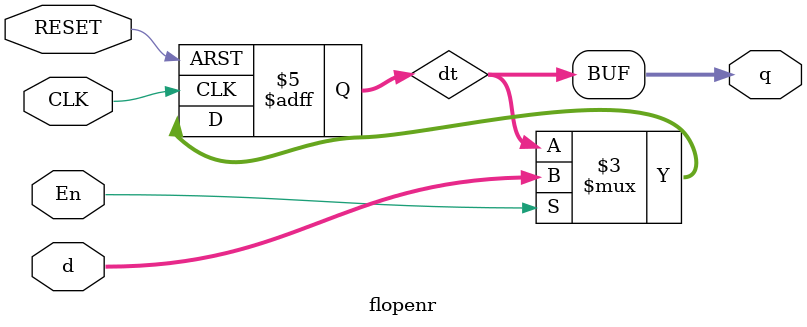
<source format=v>
`timescale 1ns / 1ps

module flopenr #(parameter WIDTH = 8)
	(input CLK, RESET, En,
	input [WIDTH - 1:0] d,
	output [WIDTH - 1:0] q);

	reg [WIDTH - 1:0] dt;
	assign q = dt;

	always @(posedge CLK, posedge RESET)
		if (RESET)
			dt <= 0;
		else
			if (En)
				dt <= d;
			else
				dt <= dt;
endmodule

</source>
